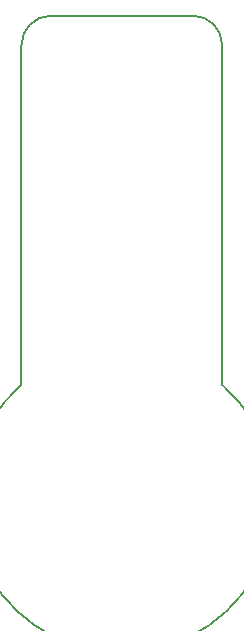
<source format=gbr>
G04 #@! TF.GenerationSoftware,KiCad,Pcbnew,5.0.2-5.fc29*
G04 #@! TF.CreationDate,2019-09-28T03:24:05+07:00*
G04 #@! TF.ProjectId,VibrateInsectBoard,56696272-6174-4654-996e-73656374426f,rev?*
G04 #@! TF.SameCoordinates,Original*
G04 #@! TF.FileFunction,Profile,NP*
%FSLAX45Y45*%
G04 Gerber Fmt 4.5, Leading zero omitted, Abs format (unit mm)*
G04 Created by KiCad (PCBNEW 5.0.2-5.fc29) date Sat 28 Sep 2019 03:24:05 AM +07*
%MOMM*%
%LPD*%
G01*
G04 APERTURE LIST*
%ADD10C,0.150000*%
G04 APERTURE END LIST*
D10*
X17350000Y-9825000D02*
G75*
G02X15650000Y-9825000I-850000J-975000D01*
G01*
X17100000Y-6700000D02*
G75*
G02X17350000Y-6950000I0J-250000D01*
G01*
X15650000Y-6950000D02*
G75*
G02X15900000Y-6700000I250000J0D01*
G01*
X17350000Y-8500000D02*
X17350000Y-6950000D01*
X15650000Y-8500000D02*
X15650000Y-6950000D01*
X17350000Y-9000000D02*
X17350000Y-9825000D01*
X15650000Y-9000000D02*
X15650000Y-9825000D01*
X17350000Y-9000000D02*
X17350000Y-8500000D01*
X15900000Y-6700000D02*
X17100000Y-6700000D01*
X15650000Y-9000000D02*
X15650000Y-8500000D01*
M02*

</source>
